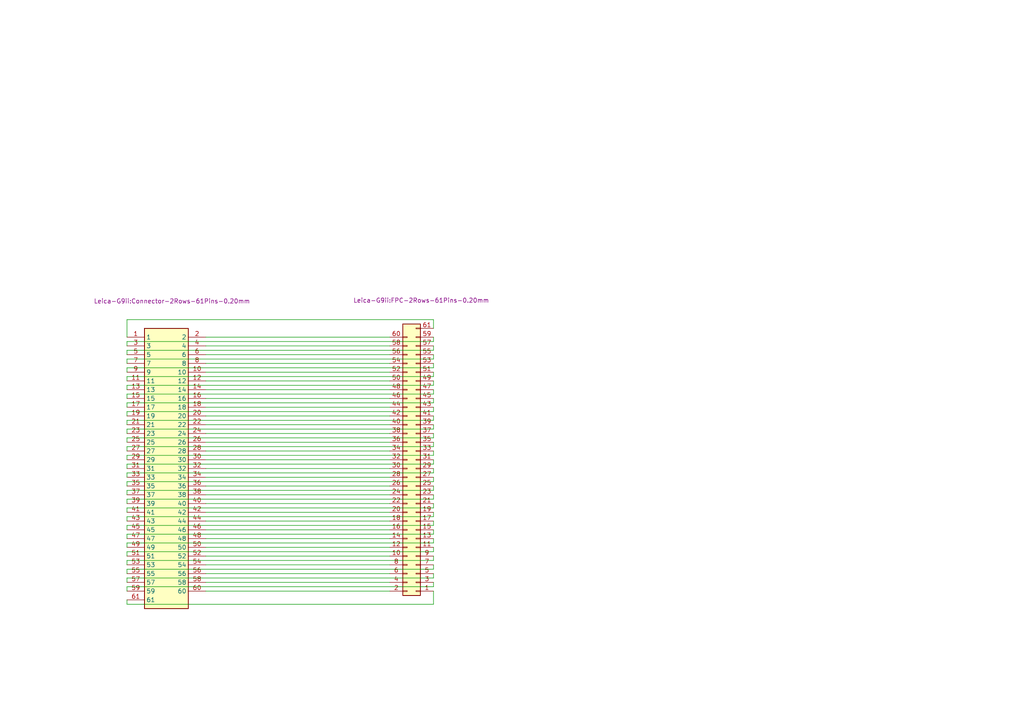
<source format=kicad_sch>
(kicad_sch (version 20250114) (generator "eeschema") (generator_version "9.0")
  (paper "A4")
  (lib_symbols
    (symbol "Connector_Generic_MountingPin:Conn_2Rows-61Pins_MountingPin" (pin_names (offset 1.016) (hide yes))
      (property "Reference" "J4" (at 1.27 44.45 0))
      (property "Value" "FPC_2Rows-61Pins_0.2mm" (at 1.27 41.91 0))
      (property "Footprint" "Connector_FFC-FPC:FPC_2Rows-61Pins_P0.20mm" (at 0 0 0))
      (symbol "Conn_2Rows-61Pins_MountingPin_1_1"
        (rectangle (start -1.27 39.37) (end 3.81 -39.37) (stroke (width 0.254)) (fill (type background)))
        (rectangle (start -1.27 38.227) (end 0 37.973) (stroke (width 0.1524)))
        (rectangle (start -1.27 35.687) (end 0 35.433) (stroke (width 0.1524)))
        (rectangle (start -1.27 33.147) (end 0 32.893) (stroke (width 0.1524)))
        (rectangle (start -1.27 30.607) (end 0 30.353) (stroke (width 0.1524)))
        (rectangle (start -1.27 28.067) (end 0 27.813) (stroke (width 0.1524)))
        (rectangle (start -1.27 25.527) (end 0 25.273) (stroke (width 0.1524)))
        (rectangle (start -1.27 22.987) (end 0 22.733) (stroke (width 0.1524)))
        (rectangle (start -1.27 20.447) (end 0 20.193) (stroke (width 0.1524)))
        (rectangle (start -1.27 17.907) (end 0 17.653) (stroke (width 0.1524)))
        (rectangle (start -1.27 15.367) (end 0 15.113) (stroke (width 0.1524)))
        (rectangle (start -1.27 12.827) (end 0 12.573) (stroke (width 0.1524)))
        (rectangle (start -1.27 10.287) (end 0 10.033) (stroke (width 0.1524)))
        (rectangle (start -1.27 7.747) (end 0 7.493) (stroke (width 0.1524)))
        (rectangle (start -1.27 5.207) (end 0 4.953) (stroke (width 0.1524)))
        (rectangle (start -1.27 2.667) (end 0 2.413) (stroke (width 0.1524)))
        (rectangle (start -1.27 0.127) (end 0 -0.127) (stroke (width 0.1524)))
        (rectangle (start -1.27 -2.413) (end 0 -2.667) (stroke (width 0.1524)))
        (rectangle (start -1.27 -4.953) (end 0 -5.207) (stroke (width 0.1524)))
        (rectangle (start -1.27 -7.493) (end 0 -7.747) (stroke (width 0.1524)))
        (rectangle (start -1.27 -10.033) (end 0 -10.287) (stroke (width 0.1524)))
        (rectangle (start -1.27 -12.573) (end 0 -12.827) (stroke (width 0.1524)))
        (rectangle (start -1.27 -15.113) (end 0 -15.367) (stroke (width 0.1524)))
        (rectangle (start -1.27 -17.653) (end 0 -17.907) (stroke (width 0.1524)))
        (rectangle (start -1.27 -20.193) (end 0 -20.447) (stroke (width 0.1524)))
        (rectangle (start -1.27 -22.733) (end 0 -22.987) (stroke (width 0.1524)))
        (rectangle (start -1.27 -25.273) (end 0 -25.527) (stroke (width 0.1524)))
        (rectangle (start -1.27 -27.813) (end 0 -28.067) (stroke (width 0.1524)))
        (rectangle (start -1.27 -30.353) (end 0 -30.607) (stroke (width 0.1524)))
        (rectangle (start -1.27 -32.893) (end 0 -33.147) (stroke (width 0.1524)))
        (rectangle (start -1.27 -35.433) (end 0 -35.687) (stroke (width 0.1524)))
        (rectangle (start -1.27 -37.973) (end 0 -38.227) (stroke (width 0.1524)))
        (rectangle (start 3.81 38.227) (end 2.54 37.973) (stroke (width 0.1524)))
        (rectangle (start 3.81 35.687) (end 2.54 35.433) (stroke (width 0.1524)))
        (rectangle (start 3.81 33.147) (end 2.54 32.893) (stroke (width 0.1524)))
        (rectangle (start 3.81 30.607) (end 2.54 30.353) (stroke (width 0.1524)))
        (rectangle (start 3.81 28.067) (end 2.54 27.813) (stroke (width 0.1524)))
        (rectangle (start 3.81 25.527) (end 2.54 25.273) (stroke (width 0.1524)))
        (rectangle (start 3.81 22.987) (end 2.54 22.733) (stroke (width 0.1524)))
        (rectangle (start 3.81 20.447) (end 2.54 20.193) (stroke (width 0.1524)))
        (rectangle (start 3.81 17.907) (end 2.54 17.653) (stroke (width 0.1524)))
        (rectangle (start 3.81 15.367) (end 2.54 15.113) (stroke (width 0.1524)))
        (rectangle (start 3.81 12.827) (end 2.54 12.573) (stroke (width 0.1524)))
        (rectangle (start 3.81 10.287) (end 2.54 10.033) (stroke (width 0.1524)))
        (rectangle (start 3.81 7.747) (end 2.54 7.493) (stroke (width 0.1524)))
        (rectangle (start 3.81 5.207) (end 2.54 4.953) (stroke (width 0.1524)))
        (rectangle (start 3.81 2.667) (end 2.54 2.413) (stroke (width 0.1524)))
        (rectangle (start 3.81 0.127) (end 2.54 -0.127) (stroke (width 0.1524)))
        (rectangle (start 3.81 -2.413) (end 2.54 -2.667) (stroke (width 0.1524)))
        (rectangle (start 3.81 -4.953) (end 2.54 -5.207) (stroke (width 0.1524)))
        (rectangle (start 3.81 -7.493) (end 2.54 -7.747) (stroke (width 0.1524)))
        (rectangle (start 3.81 -10.033) (end 2.54 -10.287) (stroke (width 0.1524)))
        (rectangle (start 3.81 -12.573) (end 2.54 -12.827) (stroke (width 0.1524)))
        (rectangle (start 3.81 -15.113) (end 2.54 -15.367) (stroke (width 0.1524)))
        (rectangle (start 3.81 -17.653) (end 2.54 -17.907) (stroke (width 0.1524)))
        (rectangle (start 3.81 -20.193) (end 2.54 -20.447) (stroke (width 0.1524)))
        (rectangle (start 3.81 -22.733) (end 2.54 -22.987) (stroke (width 0.1524)))
        (rectangle (start 3.81 -25.273) (end 2.54 -25.527) (stroke (width 0.1524)))
        (rectangle (start 3.81 -27.813) (end 2.54 -28.067) (stroke (width 0.1524)))
        (rectangle (start 3.81 -30.353) (end 2.54 -30.607) (stroke (width 0.1524)))
        (rectangle (start 3.81 -32.893) (end 2.54 -33.147) (stroke (width 0.1524)))
        (rectangle (start 3.81 -35.433) (end 2.54 -35.687) (stroke (width 0.1524)))
        (pin passive line (at -5.08 38.1 0) (length 3.81) (name "Pin_1") (number "1"))
        (pin passive line (at -5.08 35.56 0) (length 3.81) (name "Pin_3") (number "3"))
        (pin passive line (at -5.08 33.02 0) (length 3.81) (name "Pin_5") (number "5"))
        (pin passive line (at -5.08 30.48 0) (length 3.81) (name "Pin_7") (number "7"))
        (pin passive line (at -5.08 27.94 0) (length 3.81) (name "Pin_9") (number "9"))
        (pin passive line (at -5.08 25.4 0) (length 3.81) (name "Pin_11") (number "11"))
        (pin passive line (at -5.08 22.86 0) (length 3.81) (name "Pin_13") (number "13"))
        (pin passive line (at -5.08 20.32 0) (length 3.81) (name "Pin_15") (number "15"))
        (pin passive line (at -5.08 17.78 0) (length 3.81) (name "Pin_17") (number "17"))
        (pin passive line (at -5.08 15.24 0) (length 3.81) (name "Pin_19") (number "19"))
        (pin passive line (at -5.08 12.7 0) (length 3.81) (name "Pin_21") (number "21"))
        (pin passive line (at -5.08 10.16 0) (length 3.81) (name "Pin_23") (number "23"))
        (pin passive line (at -5.08 7.62 0) (length 3.81) (name "Pin_25") (number "25"))
        (pin passive line (at -5.08 5.08 0) (length 3.81) (name "Pin_27") (number "27"))
        (pin passive line (at -5.08 2.54 0) (length 3.81) (name "Pin_29") (number "29"))
        (pin passive line (at -5.08 0 0) (length 3.81) (name "Pin_31") (number "31"))
        (pin passive line (at -5.08 -2.54 0) (length 3.81) (name "Pin_33") (number "33"))
        (pin passive line (at -5.08 -5.08 0) (length 3.81) (name "Pin_35") (number "35"))
        (pin passive line (at -5.08 -7.62 0) (length 3.81) (name "Pin_37") (number "37"))
        (pin passive line (at -5.08 -10.16 0) (length 3.81) (name "Pin_39") (number "39"))
        (pin passive line (at -5.08 -12.7 0) (length 3.81) (name "Pin_41") (number "41"))
        (pin passive line (at -5.08 -15.24 0) (length 3.81) (name "Pin_43") (number "43"))
        (pin passive line (at -5.08 -17.78 0) (length 3.81) (name "Pin_45") (number "45"))
        (pin passive line (at -5.08 -20.32 0) (length 3.81) (name "Pin_47") (number "47"))
        (pin passive line (at -5.08 -22.86 0) (length 3.81) (name "Pin_49") (number "49"))
        (pin passive line (at -5.08 -25.4 0) (length 3.81) (name "Pin_51") (number "51"))
        (pin passive line (at -5.08 -27.94 0) (length 3.81) (name "Pin_53") (number "53"))
        (pin passive line (at -5.08 -30.48 0) (length 3.81) (name "Pin_55") (number "55"))
        (pin passive line (at -5.08 -33.02 0) (length 3.81) (name "Pin_57") (number "57"))
        (pin passive line (at -5.08 -35.56 0) (length 3.81) (name "Pin_59") (number "59"))
        (pin passive line (at -5.08 -38.1 0) (length 3.81) (name "Pin_61") (number "61"))
        (pin passive line (at 7.62 38.1 180) (length 3.81) (name "Pin_2") (number "2"))
        (pin passive line (at 7.62 35.56 180) (length 3.81) (name "Pin_4") (number "4"))
        (pin passive line (at 7.62 33.02 180) (length 3.81) (name "Pin_6") (number "6"))
        (pin passive line (at 7.62 30.48 180) (length 3.81) (name "Pin_8") (number "8"))
        (pin passive line (at 7.62 27.94 180) (length 3.81) (name "Pin_10") (number "10"))
        (pin passive line (at 7.62 25.4 180) (length 3.81) (name "Pin_12") (number "12"))
        (pin passive line (at 7.62 22.86 180) (length 3.81) (name "Pin_14") (number "14"))
        (pin passive line (at 7.62 20.32 180) (length 3.81) (name "Pin_16") (number "16"))
        (pin passive line (at 7.62 17.78 180) (length 3.81) (name "Pin_18") (number "18"))
        (pin passive line (at 7.62 15.24 180) (length 3.81) (name "Pin_20") (number "20"))
        (pin passive line (at 7.62 12.7 180) (length 3.81) (name "Pin_22") (number "22"))
        (pin passive line (at 7.62 10.16 180) (length 3.81) (name "Pin_24") (number "24"))
        (pin passive line (at 7.62 7.62 180) (length 3.81) (name "Pin_26") (number "26"))
        (pin passive line (at 7.62 5.08 180) (length 3.81) (name "Pin_28") (number "28"))
        (pin passive line (at 7.62 2.54 180) (length 3.81) (name "Pin_30") (number "30"))
        (pin passive line (at 7.62 0 180) (length 3.81) (name "Pin_32") (number "32"))
        (pin passive line (at 7.62 -2.54 180) (length 3.81) (name "Pin_34") (number "34"))
        (pin passive line (at 7.62 -5.08 180) (length 3.81) (name "Pin_36") (number "36"))
        (pin passive line (at 7.62 -7.62 180) (length 3.81) (name "Pin_38") (number "38"))
        (pin passive line (at 7.62 -10.16 180) (length 3.81) (name "Pin_40") (number "40"))
        (pin passive line (at 7.62 -12.7 180) (length 3.81) (name "Pin_42") (number "42"))
        (pin passive line (at 7.62 -15.24 180) (length 3.81) (name "Pin_44") (number "44"))
        (pin passive line (at 7.62 -17.78 180) (length 3.81) (name "Pin_46") (number "46"))
        (pin passive line (at 7.62 -20.32 180) (length 3.81) (name "Pin_48") (number "48"))
        (pin passive line (at 7.62 -22.86 180) (length 3.81) (name "Pin_50") (number "50"))
        (pin passive line (at 7.62 -25.4 180) (length 3.81) (name "Pin_52") (number "52"))
        (pin passive line (at 7.62 -27.94 180) (length 3.81) (name "Pin_54") (number "54"))
        (pin passive line (at 7.62 -30.48 180) (length 3.81) (name "Pin_56") (number "56"))
        (pin passive line (at 7.62 -33.02 180) (length 3.81) (name "Pin_58") (number "58"))
        (pin passive line (at 7.62 -35.56 180) (length 3.81) (name "Pin_60") (number "60"))
      )
    )
    (symbol "FR02C061JA1-R5000:FR02C061JA1-R5000"
      (property "Reference" "J" (at 19.05 7.62 0))
      (property "Value" "FR02C061JA1-R5000" (at 19.05 5.08 0))
      (symbol "FR02C061JA1-R5000_1_1"
        (rectangle (start 5.08 2.54) (end 17.78 -78.74) (stroke (width 0.254)) (fill (type background)))
        (pin passive line (at 0 0 0) (length 5.08) (name "1") (number "1"))
        (pin passive line (at 0 -2.54 0) (length 5.08) (name "3") (number "3"))
        (pin passive line (at 0 -5.08 0) (length 5.08) (name "5") (number "5"))
        (pin passive line (at 0 -7.62 0) (length 5.08) (name "7") (number "7"))
        (pin passive line (at 0 -10.16 0) (length 5.08) (name "9") (number "9"))
        (pin passive line (at 0 -12.7 0) (length 5.08) (name "11") (number "11"))
        (pin passive line (at 0 -15.24 0) (length 5.08) (name "13") (number "13"))
        (pin passive line (at 0 -17.78 0) (length 5.08) (name "15") (number "15"))
        (pin passive line (at 0 -20.32 0) (length 5.08) (name "17") (number "17"))
        (pin passive line (at 0 -22.86 0) (length 5.08) (name "19") (number "19"))
        (pin passive line (at 0 -25.4 0) (length 5.08) (name "21") (number "21"))
        (pin passive line (at 0 -27.94 0) (length 5.08) (name "23") (number "23"))
        (pin passive line (at 0 -30.48 0) (length 5.08) (name "25") (number "25"))
        (pin passive line (at 0 -33.02 0) (length 5.08) (name "27") (number "27"))
        (pin passive line (at 0 -35.56 0) (length 5.08) (name "29") (number "29"))
        (pin passive line (at 0 -38.1 0) (length 5.08) (name "31") (number "31"))
        (pin passive line (at 0 -40.64 0) (length 5.08) (name "33") (number "33"))
        (pin passive line (at 0 -43.18 0) (length 5.08) (name "35") (number "35"))
        (pin passive line (at 0 -45.72 0) (length 5.08) (name "37") (number "37"))
        (pin passive line (at 0 -48.26 0) (length 5.08) (name "39") (number "39"))
        (pin passive line (at 0 -50.8 0) (length 5.08) (name "41") (number "41"))
        (pin passive line (at 0 -53.34 0) (length 5.08) (name "43") (number "43"))
        (pin passive line (at 0 -55.88 0) (length 5.08) (name "45") (number "45"))
        (pin passive line (at 0 -58.42 0) (length 5.08) (name "47") (number "47"))
        (pin passive line (at 0 -60.96 0) (length 5.08) (name "49") (number "49"))
        (pin passive line (at 0 -63.5 0) (length 5.08) (name "51") (number "51"))
        (pin passive line (at 0 -66.04 0) (length 5.08) (name "53") (number "53"))
        (pin passive line (at 0 -68.58 0) (length 5.08) (name "55") (number "55"))
        (pin passive line (at 0 -71.12 0) (length 5.08) (name "57") (number "57"))
        (pin passive line (at 0 -73.66 0) (length 5.08) (name "59") (number "59"))
        (pin passive line (at 0 -76.2 0) (length 5.08) (name "61") (number "61"))
        (pin passive line (at 22.86 0 180) (length 5.08) (name "2") (number "2"))
        (pin passive line (at 22.86 -2.54 180) (length 5.08) (name "4") (number "4"))
        (pin passive line (at 22.86 -5.08 180) (length 5.08) (name "6") (number "6"))
        (pin passive line (at 22.86 -7.62 180) (length 5.08) (name "8") (number "8"))
        (pin passive line (at 22.86 -10.16 180) (length 5.08) (name "10") (number "10"))
        (pin passive line (at 22.86 -12.7 180) (length 5.08) (name "12") (number "12"))
        (pin passive line (at 22.86 -15.24 180) (length 5.08) (name "14") (number "14"))
        (pin passive line (at 22.86 -17.78 180) (length 5.08) (name "16") (number "16"))
        (pin passive line (at 22.86 -20.32 180) (length 5.08) (name "18") (number "18"))
        (pin passive line (at 22.86 -22.86 180) (length 5.08) (name "20") (number "20"))
        (pin passive line (at 22.86 -25.4 180) (length 5.08) (name "22") (number "22"))
        (pin passive line (at 22.86 -27.94 180) (length 5.08) (name "24") (number "24"))
        (pin passive line (at 22.86 -30.48 180) (length 5.08) (name "26") (number "26"))
        (pin passive line (at 22.86 -33.02 180) (length 5.08) (name "28") (number "28"))
        (pin passive line (at 22.86 -35.56 180) (length 5.08) (name "30") (number "30"))
        (pin passive line (at 22.86 -38.1 180) (length 5.08) (name "32") (number "32"))
        (pin passive line (at 22.86 -40.64 180) (length 5.08) (name "34") (number "34"))
        (pin passive line (at 22.86 -43.18 180) (length 5.08) (name "36") (number "36"))
        (pin passive line (at 22.86 -45.72 180) (length 5.08) (name "38") (number "38"))
        (pin passive line (at 22.86 -48.26 180) (length 5.08) (name "40") (number "40"))
        (pin passive line (at 22.86 -50.8 180) (length 5.08) (name "42") (number "42"))
        (pin passive line (at 22.86 -53.34 180) (length 5.08) (name "44") (number "44"))
        (pin passive line (at 22.86 -55.88 180) (length 5.08) (name "46") (number "46"))
        (pin passive line (at 22.86 -58.42 180) (length 5.08) (name "48") (number "48"))
        (pin passive line (at 22.86 -60.96 180) (length 5.08) (name "50") (number "50"))
        (pin passive line (at 22.86 -63.5 180) (length 5.08) (name "52") (number "52"))
        (pin passive line (at 22.86 -66.04 180) (length 5.08) (name "54") (number "54"))
        (pin passive line (at 22.86 -68.58 180) (length 5.08) (name "56") (number "56"))
        (pin passive line (at 22.86 -71.12 180) (length 5.08) (name "58") (number "58"))
        (pin passive line (at 22.86 -73.66 180) (length 5.08) (name "60") (number "60"))
      )
    )
  )
  (wire (pts (xy 36.83 152.4) (xy 125.73 152.4)))
  (wire (pts (xy 36.83 137.16) (xy 125.73 137.16)))
  (wire (pts (xy 36.83 161.29) (xy 36.83 160.02)))
  (wire (pts (xy 59.69 102.87) (xy 113.03 102.87)))
  (wire (pts (xy 36.83 130.81) (xy 36.83 129.54)))
  (wire (pts (xy 125.73 101.6) (xy 125.73 100.33)))
  (wire (pts (xy 36.83 140.97) (xy 36.83 139.7)))
  (wire (pts (xy 36.83 142.24) (xy 125.73 142.24)))
  (wire (pts (xy 59.69 115.57) (xy 113.03 115.57)))
  (wire (pts (xy 36.83 147.32) (xy 125.73 147.32)))
  (wire (pts (xy 59.69 153.67) (xy 113.03 153.67)))
  (wire (pts (xy 36.83 125.73) (xy 36.83 124.46)))
  (wire (pts (xy 36.83 166.37) (xy 36.83 165.1)))
  (wire (pts (xy 36.83 144.78) (xy 125.73 144.78)))
  (wire (pts (xy 125.73 149.86) (xy 125.73 148.59)))
  (wire (pts (xy 59.69 130.81) (xy 113.03 130.81)))
  (wire (pts (xy 36.83 92.71) (xy 125.73 92.71)))
  (wire (pts (xy 36.83 132.08) (xy 125.73 132.08)))
  (wire (pts (xy 125.73 121.92) (xy 125.73 120.65)))
  (wire (pts (xy 59.69 123.19) (xy 113.03 123.19)))
  (wire (pts (xy 125.73 167.64) (xy 125.73 166.37)))
  (wire (pts (xy 36.83 168.91) (xy 36.83 167.64)))
  (wire (pts (xy 36.83 115.57) (xy 36.83 114.3)))
  (wire (pts (xy 59.69 140.97) (xy 113.03 140.97)))
  (wire (pts (xy 36.83 156.21) (xy 36.83 154.94)))
  (wire (pts (xy 125.73 116.84) (xy 125.73 115.57)))
  (wire (pts (xy 36.83 109.22) (xy 125.73 109.22)))
  (wire (pts (xy 36.83 149.86) (xy 125.73 149.86)))
  (wire (pts (xy 125.73 170.18) (xy 125.73 168.91)))
  (wire (pts (xy 59.69 163.83) (xy 113.03 163.83)))
  (wire (pts (xy 36.83 120.65) (xy 36.83 119.38)))
  (wire (pts (xy 36.83 116.84) (xy 125.73 116.84)))
  (wire (pts (xy 59.69 166.37) (xy 113.03 166.37)))
  (wire (pts (xy 59.69 168.91) (xy 113.03 168.91)))
  (wire (pts (xy 36.83 160.02) (xy 125.73 160.02)))
  (wire (pts (xy 36.83 121.92) (xy 125.73 121.92)))
  (wire (pts (xy 59.69 133.35) (xy 113.03 133.35)))
  (wire (pts (xy 36.83 134.62) (xy 125.73 134.62)))
  (wire (pts (xy 36.83 107.95) (xy 36.83 106.68)))
  (wire (pts (xy 36.83 154.94) (xy 125.73 154.94)))
  (wire (pts (xy 125.73 144.78) (xy 125.73 143.51)))
  (wire (pts (xy 59.69 158.75) (xy 113.03 158.75)))
  (wire (pts (xy 125.73 124.46) (xy 125.73 123.19)))
  (wire (pts (xy 125.73 127) (xy 125.73 125.73)))
  (wire (pts (xy 36.83 106.68) (xy 125.73 106.68)))
  (wire (pts (xy 125.73 160.02) (xy 125.73 158.75)))
  (wire (pts (xy 36.83 135.89) (xy 36.83 134.62)))
  (wire (pts (xy 59.69 138.43) (xy 113.03 138.43)))
  (wire (pts (xy 125.73 114.3) (xy 125.73 113.03)))
  (wire (pts (xy 36.83 129.54) (xy 125.73 129.54)))
  (wire (pts (xy 125.73 109.22) (xy 125.73 107.95)))
  (wire (pts (xy 36.83 171.45) (xy 36.83 170.18)))
  (wire (pts (xy 125.73 165.1) (xy 125.73 163.83)))
  (wire (pts (xy 36.83 101.6) (xy 125.73 101.6)))
  (wire (pts (xy 59.69 110.49) (xy 113.03 110.49)))
  (wire (pts (xy 36.83 158.75) (xy 36.83 157.48)))
  (wire (pts (xy 59.69 156.21) (xy 113.03 156.21)))
  (wire (pts (xy 36.83 153.67) (xy 36.83 152.4)))
  (wire (pts (xy 59.69 148.59) (xy 113.03 148.59)))
  (wire (pts (xy 59.69 113.03) (xy 113.03 113.03)))
  (wire (pts (xy 125.73 142.24) (xy 125.73 140.97)))
  (wire (pts (xy 36.83 163.83) (xy 36.83 162.56)))
  (wire (pts (xy 125.73 137.16) (xy 125.73 135.89)))
  (wire (pts (xy 36.83 148.59) (xy 36.83 147.32)))
  (wire (pts (xy 59.69 146.05) (xy 113.03 146.05)))
  (wire (pts (xy 36.83 146.05) (xy 36.83 144.78)))
  (wire (pts (xy 36.83 100.33) (xy 36.83 99.06)))
  (wire (pts (xy 36.83 173.99) (xy 36.83 175.26)))
  (wire (pts (xy 36.83 114.3) (xy 125.73 114.3)))
  (wire (pts (xy 59.69 120.65) (xy 113.03 120.65)))
  (wire (pts (xy 125.73 111.76) (xy 125.73 110.49)))
  (wire (pts (xy 125.73 162.56) (xy 125.73 161.29)))
  (wire (pts (xy 125.73 99.06) (xy 125.73 97.79)))
  (wire (pts (xy 125.73 134.62) (xy 125.73 133.35)))
  (wire (pts (xy 125.73 129.54) (xy 125.73 128.27)))
  (wire (pts (xy 59.69 161.29) (xy 113.03 161.29)))
  (wire (pts (xy 36.83 162.56) (xy 125.73 162.56)))
  (wire (pts (xy 36.83 110.49) (xy 36.83 109.22)))
  (wire (pts (xy 36.83 105.41) (xy 36.83 104.14)))
  (wire (pts (xy 59.69 171.45) (xy 113.03 171.45)))
  (wire (pts (xy 59.69 118.11) (xy 113.03 118.11)))
  (wire (pts (xy 36.83 102.87) (xy 36.83 101.6)))
  (wire (pts (xy 125.73 106.68) (xy 125.73 105.41)))
  (wire (pts (xy 36.83 127) (xy 125.73 127)))
  (wire (pts (xy 59.69 151.13) (xy 113.03 151.13)))
  (wire (pts (xy 125.73 92.71) (xy 125.73 95.25)))
  (wire (pts (xy 125.73 119.38) (xy 125.73 118.11)))
  (wire (pts (xy 59.69 135.89) (xy 113.03 135.89)))
  (wire (pts (xy 36.83 167.64) (xy 125.73 167.64)))
  (wire (pts (xy 36.83 151.13) (xy 36.83 149.86)))
  (wire (pts (xy 125.73 147.32) (xy 125.73 146.05)))
  (wire (pts (xy 36.83 139.7) (xy 125.73 139.7)))
  (wire (pts (xy 59.69 105.41) (xy 113.03 105.41)))
  (wire (pts (xy 36.83 138.43) (xy 36.83 137.16)))
  (wire (pts (xy 36.83 128.27) (xy 36.83 127)))
  (wire (pts (xy 36.83 133.35) (xy 36.83 132.08)))
  (wire (pts (xy 36.83 175.26) (xy 125.73 175.26)))
  (wire (pts (xy 36.83 97.79) (xy 36.83 92.71)))
  (wire (pts (xy 36.83 170.18) (xy 125.73 170.18)))
  (wire (pts (xy 36.83 113.03) (xy 36.83 111.76)))
  (wire (pts (xy 36.83 157.48) (xy 125.73 157.48)))
  (wire (pts (xy 125.73 152.4) (xy 125.73 151.13)))
  (wire (pts (xy 125.73 104.14) (xy 125.73 102.87)))
  (wire (pts (xy 125.73 157.48) (xy 125.73 156.21)))
  (wire (pts (xy 36.83 111.76) (xy 125.73 111.76)))
  (wire (pts (xy 59.69 125.73) (xy 113.03 125.73)))
  (wire (pts (xy 125.73 175.26) (xy 125.73 171.45)))
  (wire (pts (xy 125.73 139.7) (xy 125.73 138.43)))
  (wire (pts (xy 59.69 97.79) (xy 113.03 97.79)))
  (wire (pts (xy 36.83 143.51) (xy 36.83 142.24)))
  (wire (pts (xy 59.69 100.33) (xy 113.03 100.33)))
  (wire (pts (xy 125.73 132.08) (xy 125.73 130.81)))
  (wire (pts (xy 36.83 104.14) (xy 125.73 104.14)))
  (wire (pts (xy 125.73 154.94) (xy 125.73 153.67)))
  (wire (pts (xy 36.83 118.11) (xy 36.83 116.84)))
  (wire (pts (xy 36.83 99.06) (xy 125.73 99.06)))
  (wire (pts (xy 36.83 165.1) (xy 125.73 165.1)))
  (wire (pts (xy 59.69 143.51) (xy 113.03 143.51)))
  (wire (pts (xy 36.83 124.46) (xy 125.73 124.46)))
  (wire (pts (xy 59.69 128.27) (xy 113.03 128.27)))
  (wire (pts (xy 59.69 107.95) (xy 113.03 107.95)))
  (wire (pts (xy 36.83 123.19) (xy 36.83 121.92)))
  (wire (pts (xy 36.83 119.38) (xy 125.73 119.38)))
  (symbol (lib_id "FR02C061JA1-R5000:FR02C061JA1-R5000") (at 36.83 97.79 0) (unit 1)
    (property "Reference" "J3" (effects (hide yes)))
    (property "Value" "FR02C061JA1-R5000" (effects (hide yes)))
    (property "Footprint" "Leica-G9ii:Connector-2Rows-61Pins-0.20mm" (at 27.178 86.614 0) (effects (justify left top)))
    (property "Datasheet" "https://www.jae.com/direct/topics/topics_file_download/topics_id=65106&ext_no=06&_lang=en&v=" (effects (hide yes)))
    (property "Description" "FPC Connector, LIF (Low Insertion Force) structure, Top-and-Bottom Surface Connection Type,  61 pos., 0.2 mm Pitch, 0.82 mm Mating Height" (effects (hide yes)))
    (property "Height" "1.405" (effects (hide yes)))
    (property "Mouser Part Number" "656-FR02C061JA1R5000" (effects (hide yes)))
    (property "Mouser Price/Stock" "https://www.mouser.co.uk/ProductDetail/JAE-Electronics/FR02C061JA1-R5000?qs=kw%2FHedSFAElmDi24reWeXA%3D%3D" (effects (hide yes)))
    (property "Manufacturer_Name" "JAE" (effects (hide yes)))
    (property "Manufacturer_Part_Number" "FR02C061JA1-R5000" (effects (hide yes)))
  )
  (symbol (lib_id "Connector_Generic_MountingPin:Conn_2Rows-61Pins_MountingPin") (at 120.65 133.35 180) (unit 1)
    (property "Reference" "J4" (effects (hide yes)))
    (property "Value" "FPC_2Rows-61Pins_0.2mm" (effects (hide yes)))
    (property "Footprint" "Leica-G9ii:FPC-2Rows-61Pins-0.20mm" (at 122.174 87.122 0))
    (property "Description" "Generic connectable mounting pin connector, double row, 61 pins, odd/even pin numbering scheme (row 1 odd numbers, row 2 even numbers), script generated (kicad-library-utils/schlib/autogen/connector/)" (effects (hide yes)))
  )
)
</source>
